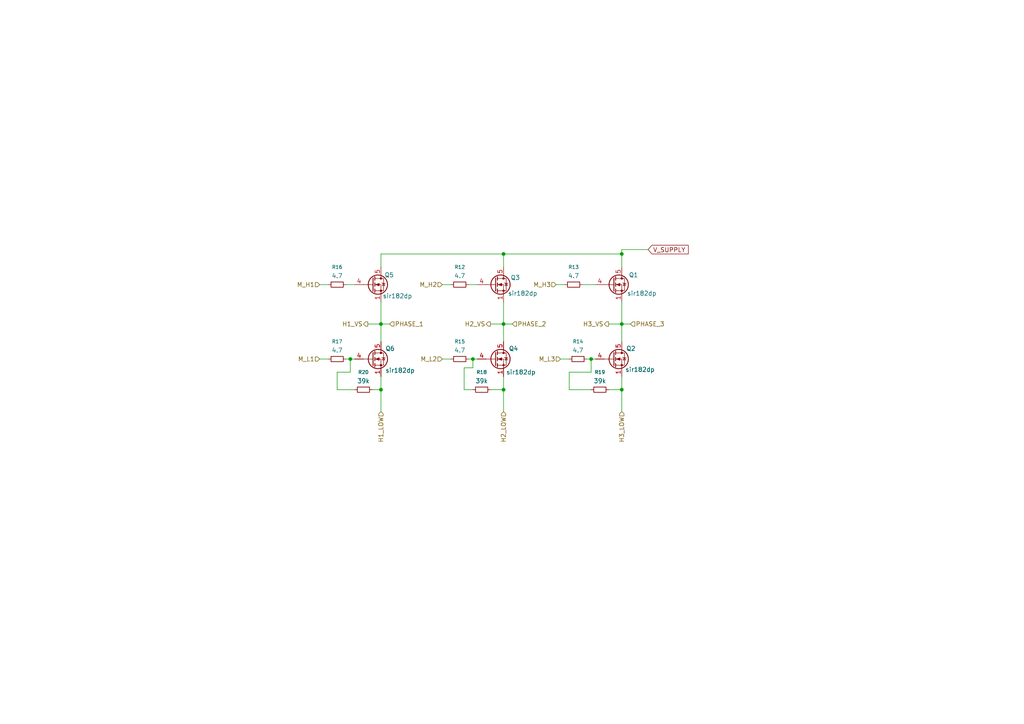
<source format=kicad_sch>
(kicad_sch (version 20250114) (generator "eeschema") (generator_version "9.0")
  (paper "A4")
  (lib_symbols
    (symbol "Device:R_Small" (pin_numbers (hide yes)) (pin_names (offset 0.254) (hide yes))
      (property "Reference" "R" (at 0 0 90))
      (property "Value" "R_Small" (at 1.778 0 90))
      (symbol "R_Small_0_1"
        (rectangle (start -0.762 1.778) (end 0.762 -1.778) (stroke (width 0.2032)))
      )
      (symbol "R_Small_1_1"
        (pin passive line (at 0 2.54 270) (length 0.762) (name "~") (number "1"))
        (pin passive line (at 0 -2.54 90) (length 0.762) (name "~") (number "2"))
      )
    )
    (symbol "Transistor_FET:SiR696DP" (pin_names (hide yes))
      (property "Reference" "Q" (at 5.08 1.905 0))
      (property "Value" "SiR696DP" (at 5.08 0 0))
      (symbol "SiR696DP_0_1"
        (polyline (pts (xy 0.254 1.905) (xy 0.254 -1.905)) (stroke (width 0.254)))
        (polyline (pts (xy 0.254 0) (xy -2.54 0)))
        (polyline (pts (xy 0.762 2.286) (xy 0.762 1.27)) (stroke (width 0.254)))
        (polyline (pts (xy 0.762 0.508) (xy 0.762 -0.508)) (stroke (width 0.254)))
        (polyline (pts (xy 0.762 -1.27) (xy 0.762 -2.286)) (stroke (width 0.254)))
        (polyline (pts (xy 0.762 -1.778) (xy 3.302 -1.778) (xy 3.302 1.778) (xy 0.762 1.778)))
        (polyline (pts (xy 1.016 0) (xy 2.032 0.381) (xy 2.032 -0.381) (xy 1.016 0)) (fill (type outline)))
        (circle (center 1.651 0) (radius 2.794) (stroke (width 0.254)))
        (polyline (pts (xy 2.54 2.54) (xy 2.54 1.778)))
        (circle (center 2.54 1.778) (radius 0.254) (fill (type outline)))
        (circle (center 2.54 -1.778) (radius 0.254) (fill (type outline)))
        (polyline (pts (xy 2.54 -2.54) (xy 2.54 0) (xy 0.762 0)))
        (polyline (pts (xy 2.794 0.508) (xy 2.921 0.381) (xy 3.683 0.381) (xy 3.81 0.254)))
        (polyline (pts (xy 3.302 0.381) (xy 2.921 -0.254) (xy 3.683 -0.254) (xy 3.302 0.381)))
      )
      (symbol "SiR696DP_1_1"
        (pin input line (at -5.08 0 0) (length 2.54) (name "G") (number "4"))
        (pin passive line (at 2.54 5.08 270) (length 2.54) (name "D") (number "5"))
        (pin passive line (at 2.54 -5.08 90) (length 2.54) (name "S") (number "1"))
        (pin passive line (at 2.54 -5.08 90) (length 2.54) (hide yes) (name "S") (number "2"))
        (pin passive line (at 2.54 -5.08 90) (length 2.54) (hide yes) (name "S") (number "3"))
      )
    )
  )
  (junction (at 146.05 93.98))
  (junction (at 180.34 113.03))
  (junction (at 180.34 73.66))
  (junction (at 101.6 104.14))
  (junction (at 110.49 113.03))
  (junction (at 137.16 104.14))
  (junction (at 180.34 93.98))
  (junction (at 110.49 93.98))
  (junction (at 171.45 104.14))
  (junction (at 146.05 73.66))
  (junction (at 146.05 113.03))
  (wire (pts (xy 170.18 104.14) (xy 171.45 104.14)))
  (wire (pts (xy 146.05 93.98) (xy 146.05 99.06)))
  (wire (pts (xy 171.45 107.95) (xy 171.45 104.14)))
  (wire (pts (xy 180.34 72.39) (xy 180.34 73.66)))
  (wire (pts (xy 168.91 82.55) (xy 172.72 82.55)))
  (wire (pts (xy 137.16 106.68) (xy 137.16 104.14)))
  (wire (pts (xy 146.05 93.98) (xy 148.59 93.98)))
  (wire (pts (xy 110.49 73.66) (xy 146.05 73.66)))
  (wire (pts (xy 92.71 104.14) (xy 95.25 104.14)))
  (wire (pts (xy 161.29 82.55) (xy 163.83 82.55)))
  (wire (pts (xy 128.27 104.14) (xy 130.81 104.14)))
  (wire (pts (xy 137.16 104.14) (xy 138.43 104.14)))
  (wire (pts (xy 97.79 113.03) (xy 97.79 107.95)))
  (wire (pts (xy 165.1 113.03) (xy 165.1 107.95)))
  (wire (pts (xy 171.45 113.03) (xy 165.1 113.03)))
  (wire (pts (xy 110.49 87.63) (xy 110.49 93.98)))
  (wire (pts (xy 146.05 73.66) (xy 180.34 73.66)))
  (wire (pts (xy 146.05 73.66) (xy 146.05 77.47)))
  (wire (pts (xy 176.53 113.03) (xy 180.34 113.03)))
  (wire (pts (xy 162.56 104.14) (xy 165.1 104.14)))
  (wire (pts (xy 134.62 113.03) (xy 134.62 106.68)))
  (wire (pts (xy 110.49 113.03) (xy 110.49 119.38)))
  (wire (pts (xy 107.95 113.03) (xy 110.49 113.03)))
  (wire (pts (xy 171.45 104.14) (xy 172.72 104.14)))
  (wire (pts (xy 187.96 72.39) (xy 180.34 72.39)))
  (wire (pts (xy 135.89 82.55) (xy 138.43 82.55)))
  (wire (pts (xy 180.34 73.66) (xy 180.34 77.47)))
  (wire (pts (xy 101.6 104.14) (xy 102.87 104.14)))
  (wire (pts (xy 180.34 93.98) (xy 180.34 99.06)))
  (wire (pts (xy 97.79 107.95) (xy 101.6 107.95)))
  (wire (pts (xy 137.16 113.03) (xy 134.62 113.03)))
  (wire (pts (xy 102.87 113.03) (xy 97.79 113.03)))
  (wire (pts (xy 110.49 109.22) (xy 110.49 113.03)))
  (wire (pts (xy 165.1 107.95) (xy 171.45 107.95)))
  (wire (pts (xy 100.33 82.55) (xy 102.87 82.55)))
  (wire (pts (xy 180.34 93.98) (xy 182.88 93.98)))
  (wire (pts (xy 135.89 104.14) (xy 137.16 104.14)))
  (wire (pts (xy 146.05 113.03) (xy 146.05 119.38)))
  (wire (pts (xy 128.27 82.55) (xy 130.81 82.55)))
  (wire (pts (xy 180.34 113.03) (xy 180.34 119.38)))
  (wire (pts (xy 146.05 87.63) (xy 146.05 93.98)))
  (wire (pts (xy 176.53 93.98) (xy 180.34 93.98)))
  (wire (pts (xy 110.49 93.98) (xy 113.03 93.98)))
  (wire (pts (xy 110.49 93.98) (xy 110.49 99.06)))
  (wire (pts (xy 180.34 87.63) (xy 180.34 93.98)))
  (wire (pts (xy 142.24 113.03) (xy 146.05 113.03)))
  (wire (pts (xy 134.62 106.68) (xy 137.16 106.68)))
  (wire (pts (xy 100.33 104.14) (xy 101.6 104.14)))
  (wire (pts (xy 101.6 107.95) (xy 101.6 104.14)))
  (wire (pts (xy 110.49 77.47) (xy 110.49 73.66)))
  (wire (pts (xy 146.05 109.22) (xy 146.05 113.03)))
  (wire (pts (xy 106.68 93.98) (xy 110.49 93.98)))
  (wire (pts (xy 180.34 109.22) (xy 180.34 113.03)))
  (wire (pts (xy 92.71 82.55) (xy 95.25 82.55)))
  (wire (pts (xy 142.24 93.98) (xy 146.05 93.98)))
  (global_label "V_SUPPLY" (shape input) (at 187.96 72.39 0) (property "Intersheetrefs" "${INTERSHEET_REFS}" (effects (hide yes))))
  (hierarchical_label "H3_VS" (shape output) (at 176.53 93.98 180))
  (hierarchical_label "M_L1" (shape input) (at 92.71 104.14 180))
  (hierarchical_label "M_L2" (shape input) (at 128.27 104.14 180))
  (hierarchical_label "PHASE_3" (shape input) (at 182.88 93.98 0))
  (hierarchical_label "H3_LOW" (shape input) (at 180.34 119.38 270))
  (hierarchical_label "M_H2" (shape input) (at 128.27 82.55 180))
  (hierarchical_label "M_H3" (shape input) (at 161.29 82.55 180))
  (hierarchical_label "PHASE_1" (shape input) (at 113.03 93.98 0))
  (hierarchical_label "M_H1" (shape input) (at 92.71 82.55 180))
  (hierarchical_label "H2_LOW" (shape input) (at 146.05 119.38 270))
  (hierarchical_label "H1_VS" (shape output) (at 106.68 93.98 180))
  (hierarchical_label "H2_VS" (shape output) (at 142.24 93.98 180))
  (hierarchical_label "PHASE_2" (shape input) (at 148.59 93.98 0))
  (hierarchical_label "H1_LOW" (shape input) (at 110.49 119.38 270))
  (hierarchical_label "M_L3" (shape input) (at 162.56 104.14 180))
  (symbol (lib_id "Transistor_FET:SiR696DP") (at 107.95 82.55 0) (unit 1)
    (property "Reference" "Q5" (at 111.506 79.756 0) (effects (justify left)))
    (property "Value" "sir182dp" (at 110.998 85.852 0) (effects (justify left)))
    (property "Footprint" "Package_SO:PowerPAK_SO-8_Single" (effects (hide yes)))
  )
  (symbol (lib_id "Device:R_Small") (at 133.35 82.55 90) (unit 1)
    (property "Reference" "R12" (at 133.35 77.47 90) (effects (font (size 1.016 1.016))))
    (property "Value" "4.7" (at 133.35 80.01 90))
    (property "Footprint" "Resistor_SMD:R_0603_1608Metric" (effects (hide yes)))
    (property "Description" "Resistor, small symbol" (effects (hide yes)))
  )
  (symbol (lib_id "Transistor_FET:SiR696DP") (at 107.95 104.14 0) (unit 1)
    (property "Reference" "Q6" (at 111.76 101.092 0) (effects (justify left)))
    (property "Value" "sir182dp" (at 111.76 107.442 0) (effects (justify left)))
    (property "Footprint" "Package_SO:PowerPAK_SO-8_Single" (effects (hide yes)))
  )
  (symbol (lib_id "Device:R_Small") (at 133.35 104.14 90) (unit 1)
    (property "Reference" "R15" (at 133.35 99.06 90) (effects (font (size 1.016 1.016))))
    (property "Value" "4.7" (at 133.35 101.6 90))
    (property "Footprint" "Resistor_SMD:R_0603_1608Metric" (effects (hide yes)))
    (property "Description" "Resistor, small symbol" (effects (hide yes)))
  )
  (symbol (lib_id "Transistor_FET:SiR696DP") (at 143.51 104.14 0) (unit 1)
    (property "Reference" "Q4" (at 147.574 101.092 0) (effects (justify left)))
    (property "Value" "sir182dp" (at 146.812 107.95 0) (effects (justify left)))
    (property "Footprint" "Package_SO:PowerPAK_SO-8_Single" (effects (hide yes)))
  )
  (symbol (lib_id "Device:R_Small") (at 97.79 82.55 90) (unit 1)
    (property "Reference" "R16" (at 97.79 77.47 90) (effects (font (size 1.016 1.016))))
    (property "Value" "4.7" (at 97.79 80.01 90))
    (property "Footprint" "Resistor_SMD:R_0603_1608Metric" (effects (hide yes)))
    (property "Description" "Resistor, small symbol" (effects (hide yes)))
  )
  (symbol (lib_id "Device:R_Small") (at 105.41 113.03 90) (unit 1)
    (property "Reference" "R20" (at 105.41 107.95 90) (effects (font (size 1.016 1.016))))
    (property "Value" "39k" (at 105.41 110.49 90))
    (property "Footprint" "Resistor_SMD:R_0603_1608Metric" (effects (hide yes)))
    (property "Description" "Resistor, small symbol" (effects (hide yes)))
  )
  (symbol (lib_id "Device:R_Small") (at 139.7 113.03 90) (unit 1)
    (property "Reference" "R18" (at 139.7 107.95 90) (effects (font (size 1.016 1.016))))
    (property "Value" "39k" (at 139.7 110.49 90))
    (property "Footprint" "Resistor_SMD:R_0603_1608Metric" (effects (hide yes)))
    (property "Description" "Resistor, small symbol" (effects (hide yes)))
  )
  (symbol (lib_id "Device:R_Small") (at 166.37 82.55 90) (unit 1)
    (property "Reference" "R13" (at 166.37 77.47 90) (effects (font (size 1.016 1.016))))
    (property "Value" "4.7" (at 166.37 80.01 90))
    (property "Footprint" "Resistor_SMD:R_0603_1608Metric" (effects (hide yes)))
    (property "Description" "Resistor, small symbol" (effects (hide yes)))
  )
  (symbol (lib_id "Device:R_Small") (at 173.99 113.03 90) (unit 1)
    (property "Reference" "R19" (at 173.99 107.95 90) (effects (font (size 1.016 1.016))))
    (property "Value" "39k" (at 173.99 110.49 90))
    (property "Footprint" "Resistor_SMD:R_0603_1608Metric" (effects (hide yes)))
    (property "Description" "Resistor, small symbol" (effects (hide yes)))
  )
  (symbol (lib_id "Device:R_Small") (at 167.64 104.14 90) (unit 1)
    (property "Reference" "R14" (at 167.64 99.06 90) (effects (font (size 1.016 1.016))))
    (property "Value" "4.7" (at 167.64 101.6 90))
    (property "Footprint" "Resistor_SMD:R_0603_1608Metric" (effects (hide yes)))
    (property "Description" "Resistor, small symbol" (effects (hide yes)))
  )
  (symbol (lib_id "Device:R_Small") (at 97.79 104.14 90) (unit 1)
    (property "Reference" "R17" (at 97.79 99.06 90) (effects (font (size 1.016 1.016))))
    (property "Value" "4.7" (at 97.79 101.6 90))
    (property "Footprint" "Resistor_SMD:R_0603_1608Metric" (effects (hide yes)))
    (property "Description" "Resistor, small symbol" (effects (hide yes)))
  )
  (symbol (lib_id "Transistor_FET:SiR696DP") (at 177.8 104.14 0) (unit 1)
    (property "Reference" "Q2" (at 181.61 101.092 0) (effects (justify left)))
    (property "Value" "sir182dp" (at 181.356 107.188 0) (effects (justify left)))
    (property "Footprint" "Package_SO:PowerPAK_SO-8_Single" (effects (hide yes)))
  )
  (symbol (lib_id "Transistor_FET:SiR696DP") (at 143.51 82.55 0) (unit 1)
    (property "Reference" "Q3" (at 148.082 80.518 0) (effects (justify left)))
    (property "Value" "sir182dp" (at 147.32 85.09 0) (effects (justify left)))
    (property "Footprint" "Package_SO:PowerPAK_SO-8_Single" (effects (hide yes)))
  )
  (symbol (lib_id "Transistor_FET:SiR696DP") (at 177.8 82.55 0) (unit 1)
    (property "Reference" "Q1" (at 182.372 79.756 0) (effects (justify left)))
    (property "Value" "sir182dp" (at 181.864 85.09 0) (effects (justify left)))
    (property "Footprint" "Package_SO:PowerPAK_SO-8_Single" (effects (hide yes)))
  )
)
</source>
